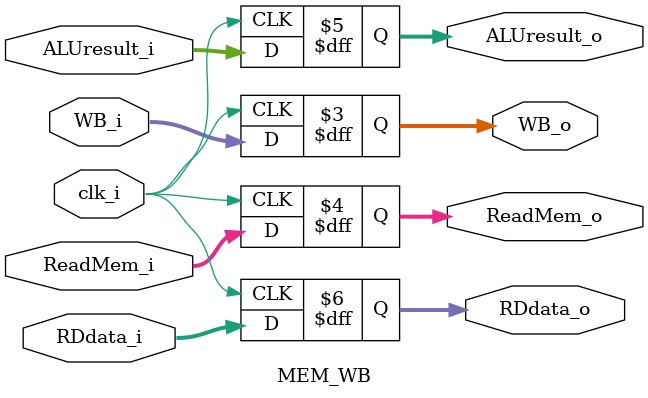
<source format=v>
module MEM_WB(
    clk_i,
    WB_i,
    ReadMem_i,
    ALUresult_i,
    RDdata_i,
    WB_o,
    ReadMem_o,
    ALUresult_o,
    RDdata_o
);

// port
input           clk_i;
input   [1:0]   WB_i;
input   [31:0]  ReadMem_i;
input   [31:0]  ALUresult_i;
input   [4:0]   RDdata_i;
output reg  [1:0]   WB_o;
output reg  [31:0]  ReadMem_o;
output reg  [31:0]  ALUresult_o;
output reg  [4:0]   RDdata_o;

initial begin
    WB_o <= 0;
    ReadMem_o <= 0;
    ALUresult_o <= 0;
    RDdata_o <= 0;
end

// Write Data   
always@(posedge clk_i) begin
    WB_o <= WB_i;
    ReadMem_o <= ReadMem_i;
    ALUresult_o <= ALUresult_i;
    RDdata_o <= RDdata_i;
end

endmodule // MEM_WB
</source>
